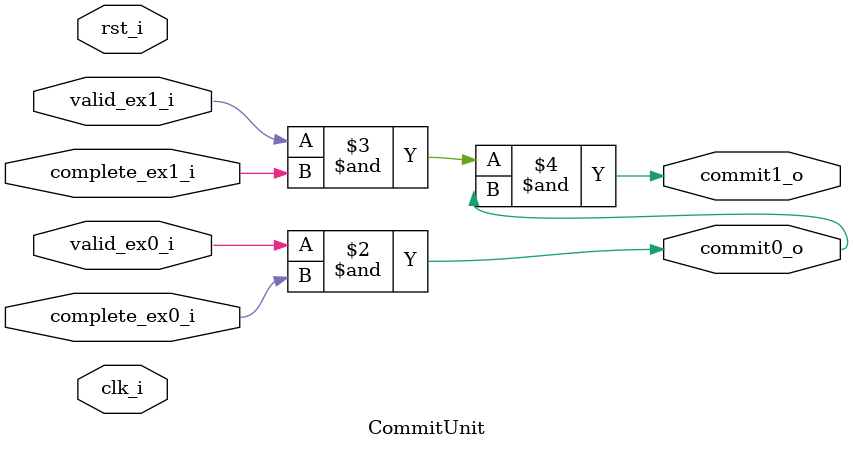
<source format=sv>
module CommitUnit (
    input  logic         clk_i,
    input  logic         rst_i,
    input  logic         valid_ex0_i,
    input  logic         valid_ex1_i,
    input  logic         complete_ex0_i,
    input  logic         complete_ex1_i,
    output logic         commit0_o,
    output logic         commit1_o
);
    always_comb begin
        commit0_o = valid_ex0_i & complete_ex0_i;
        commit1_o = valid_ex1_i & complete_ex1_i & commit0_o;
    end
endmodule

</source>
